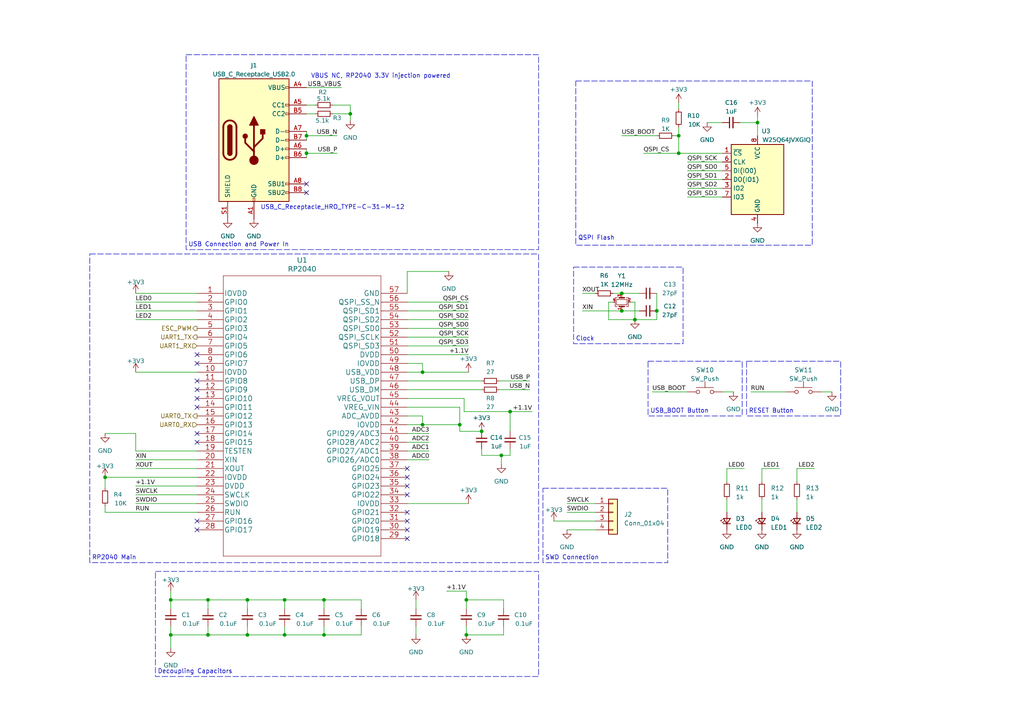
<source format=kicad_sch>
(kicad_sch (version 20230409) (generator eeschema)
  (paper "A4")
  (lib_symbols
    (symbol "2022-10-24_20-36-00:RP2040" (pin_names (offset 0.254))
      (property "Reference" "U" (at 30.48 10.16 0))
      (property "Value" "RP2040" (at 30.48 7.62 0))
      (symbol "RP2040_1_1"
        (polyline (pts (xy 7.62 -76.2) (xy 53.34 -76.2)) (stroke (width 0.127)))
        (polyline (pts (xy 7.62 5.08) (xy 7.62 -76.2)) (stroke (width 0.127)))
        (polyline (pts (xy 53.34 -76.2) (xy 53.34 5.08)) (stroke (width 0.127)))
        (polyline (pts (xy 53.34 5.08) (xy 7.62 5.08)) (stroke (width 0.127)))
        (pin power_in line (at 0 0 0) (length 7.62) (name "IOVDD") (number "1"))
        (pin power_in line (at 0 -22.86 0) (length 7.62) (name "IOVDD") (number "10"))
        (pin bidirectional line (at 0 -25.4 0) (length 7.62) (name "GPIO8") (number "11"))
        (pin bidirectional line (at 0 -27.94 0) (length 7.62) (name "GPIO9") (number "12"))
        (pin bidirectional line (at 0 -30.48 0) (length 7.62) (name "GPIO10") (number "13"))
        (pin bidirectional line (at 0 -33.02 0) (length 7.62) (name "GPIO11") (number "14"))
        (pin bidirectional line (at 0 -35.56 0) (length 7.62) (name "GPIO12") (number "15"))
        (pin bidirectional line (at 0 -38.1 0) (length 7.62) (name "GPIO13") (number "16"))
        (pin bidirectional line (at 0 -40.64 0) (length 7.62) (name "GPIO14") (number "17"))
        (pin bidirectional line (at 0 -43.18 0) (length 7.62) (name "GPIO15") (number "18"))
        (pin unspecified line (at 0 -45.72 0) (length 7.62) (name "TESTEN") (number "19"))
        (pin bidirectional line (at 0 -2.54 0) (length 7.62) (name "GPIO0") (number "2"))
        (pin unspecified line (at 0 -48.26 0) (length 7.62) (name "XIN") (number "20"))
        (pin output line (at 0 -50.8 0) (length 7.62) (name "XOUT") (number "21"))
        (pin power_in line (at 0 -53.34 0) (length 7.62) (name "IOVDD") (number "22"))
        (pin power_in line (at 0 -55.88 0) (length 7.62) (name "DVDD") (number "23"))
        (pin unspecified line (at 0 -58.42 0) (length 7.62) (name "SWCLK") (number "24"))
        (pin unspecified line (at 0 -60.96 0) (length 7.62) (name "SWDIO") (number "25"))
        (pin unspecified line (at 0 -63.5 0) (length 7.62) (name "RUN") (number "26"))
        (pin bidirectional line (at 0 -66.04 0) (length 7.62) (name "GPIO16") (number "27"))
        (pin bidirectional line (at 0 -68.58 0) (length 7.62) (name "GPIO17") (number "28"))
        (pin bidirectional line (at 60.96 -71.12 180) (length 7.62) (name "GPIO18") (number "29"))
        (pin bidirectional line (at 0 -5.08 0) (length 7.62) (name "GPIO1") (number "3"))
        (pin bidirectional line (at 60.96 -68.58 180) (length 7.62) (name "GPIO19") (number "30"))
        (pin bidirectional line (at 60.96 -66.04 180) (length 7.62) (name "GPIO20") (number "31"))
        (pin bidirectional line (at 60.96 -63.5 180) (length 7.62) (name "GPIO21") (number "32"))
        (pin power_in line (at 60.96 -60.96 180) (length 7.62) (name "IOVDD") (number "33"))
        (pin bidirectional line (at 60.96 -58.42 180) (length 7.62) (name "GPIO22") (number "34"))
        (pin bidirectional line (at 60.96 -55.88 180) (length 7.62) (name "GPIO23") (number "35"))
        (pin bidirectional line (at 60.96 -53.34 180) (length 7.62) (name "GPIO24") (number "36"))
        (pin bidirectional line (at 60.96 -50.8 180) (length 7.62) (name "GPIO25") (number "37"))
        (pin bidirectional line (at 60.96 -48.26 180) (length 7.62) (name "GPIO26/ADC0") (number "38"))
        (pin bidirectional line (at 60.96 -45.72 180) (length 7.62) (name "GPIO27/ADC1") (number "39"))
        (pin bidirectional line (at 0 -7.62 0) (length 7.62) (name "GPIO2") (number "4"))
        (pin bidirectional line (at 60.96 -43.18 180) (length 7.62) (name "GPIO28/ADC2") (number "40"))
        (pin bidirectional line (at 60.96 -40.64 180) (length 7.62) (name "GPIO29/ADC3") (number "41"))
        (pin power_in line (at 60.96 -38.1 180) (length 7.62) (name "IOVDD") (number "42"))
        (pin power_in line (at 60.96 -35.56 180) (length 7.62) (name "ADC_AVDD") (number "43"))
        (pin unspecified line (at 60.96 -33.02 180) (length 7.62) (name "VREG_VIN") (number "44"))
        (pin output line (at 60.96 -30.48 180) (length 7.62) (name "VREG_VOUT") (number "45"))
        (pin unspecified line (at 60.96 -27.94 180) (length 7.62) (name "USB_DM") (number "46"))
        (pin unspecified line (at 60.96 -25.4 180) (length 7.62) (name "USB_DP") (number "47"))
        (pin power_in line (at 60.96 -22.86 180) (length 7.62) (name "USB_VDD") (number "48"))
        (pin power_in line (at 60.96 -20.32 180) (length 7.62) (name "IOVDD") (number "49"))
        (pin bidirectional line (at 0 -10.16 0) (length 7.62) (name "GPIO3") (number "5"))
        (pin power_in line (at 60.96 -17.78 180) (length 7.62) (name "DVDD") (number "50"))
        (pin bidirectional line (at 60.96 -15.24 180) (length 7.62) (name "QSPI_SD3") (number "51"))
        (pin unspecified line (at 60.96 -12.7 180) (length 7.62) (name "QSPI_SCLK") (number "52"))
        (pin bidirectional line (at 60.96 -10.16 180) (length 7.62) (name "QSPI_SD0") (number "53"))
        (pin bidirectional line (at 60.96 -7.62 180) (length 7.62) (name "QSPI_SD2") (number "54"))
        (pin bidirectional line (at 60.96 -5.08 180) (length 7.62) (name "QSPI_SD1") (number "55"))
        (pin unspecified line (at 60.96 -2.54 180) (length 7.62) (name "QSPI_SS_N") (number "56"))
        (pin power_in line (at 60.96 0 180) (length 7.62) (name "GND") (number "57"))
        (pin bidirectional line (at 0 -12.7 0) (length 7.62) (name "GPIO4") (number "6"))
        (pin bidirectional line (at 0 -15.24 0) (length 7.62) (name "GPIO5") (number "7"))
        (pin bidirectional line (at 0 -17.78 0) (length 7.62) (name "GPIO6") (number "8"))
        (pin bidirectional line (at 0 -20.32 0) (length 7.62) (name "GPIO7") (number "9"))
      )
    )
    (symbol "Connector:USB_C_Receptacle_USB2.0" (pin_names (offset 1.016))
      (property "Reference" "J" (at -10.16 19.05 0))
      (property "Value" "USB_C_Receptacle_USB2.0" (at 19.05 19.05 0))
      (symbol "USB_C_Receptacle_USB2.0_0_0"
        (rectangle (start -0.254 -17.78) (end 0.254 -16.764))
        (rectangle (start 10.16 -14.986) (end 9.144 -15.494))
        (rectangle (start 10.16 -12.446) (end 9.144 -12.954))
        (rectangle (start 10.16 -4.826) (end 9.144 -5.334))
        (rectangle (start 10.16 -2.286) (end 9.144 -2.794))
        (rectangle (start 10.16 0.254) (end 9.144 -0.254))
        (rectangle (start 10.16 2.794) (end 9.144 2.286))
        (rectangle (start 10.16 7.874) (end 9.144 7.366))
        (rectangle (start 10.16 10.414) (end 9.144 9.906))
        (rectangle (start 10.16 15.494) (end 9.144 14.986))
      )
      (symbol "USB_C_Receptacle_USB2.0_0_1"
        (rectangle (start -10.16 17.78) (end 10.16 -17.78) (stroke (width 0.254)) (fill (type background)))
        (arc (start -8.89 -3.81) (mid -6.985 -5.7067) (end -5.08 -3.81) (stroke (width 0.508)))
        (arc (start -7.62 -3.81) (mid -6.985 -4.4423) (end -6.35 -3.81) (stroke (width 0.254)))
        (arc (start -7.62 -3.81) (mid -6.985 -4.4423) (end -6.35 -3.81) (stroke (width 0.254)) (fill (type outline)))
        (rectangle (start -7.62 -3.81) (end -6.35 3.81) (stroke (width 0.254)) (fill (type outline)))
        (arc (start -6.35 3.81) (mid -6.985 4.4423) (end -7.62 3.81) (stroke (width 0.254)))
        (arc (start -6.35 3.81) (mid -6.985 4.4423) (end -7.62 3.81) (stroke (width 0.254)) (fill (type outline)))
        (arc (start -5.08 3.81) (mid -6.985 5.7067) (end -8.89 3.81) (stroke (width 0.508)))
        (circle (center -2.54 1.143) (radius 0.635) (stroke (width 0.254)) (fill (type outline)))
        (circle (center 0 -5.842) (radius 1.27) (fill (type outline)))
        (polyline (pts (xy -8.89 -3.81) (xy -8.89 3.81)) (stroke (width 0.508)))
        (polyline (pts (xy -5.08 3.81) (xy -5.08 -3.81)) (stroke (width 0.508)))
        (polyline (pts (xy 0 -5.842) (xy 0 4.318)) (stroke (width 0.508)))
        (polyline (pts (xy 0 -3.302) (xy -2.54 -0.762) (xy -2.54 0.508)) (stroke (width 0.508)))
        (polyline (pts (xy 0 -2.032) (xy 2.54 0.508) (xy 2.54 1.778)) (stroke (width 0.508)))
        (polyline (pts (xy -1.27 4.318) (xy 0 6.858) (xy 1.27 4.318) (xy -1.27 4.318)) (stroke (width 0.254)) (fill (type outline)))
        (rectangle (start 1.905 1.778) (end 3.175 3.048) (stroke (width 0.254)) (fill (type outline)))
      )
      (symbol "USB_C_Receptacle_USB2.0_1_1"
        (pin passive line (at 0 -22.86 90) (length 5.08) (name "GND") (number "A1"))
        (pin passive line (at 0 -22.86 90) (length 5.08) hide (name "GND") (number "A12"))
        (pin passive line (at 15.24 15.24 180) (length 5.08) (name "VBUS") (number "A4"))
        (pin bidirectional line (at 15.24 10.16 180) (length 5.08) (name "CC1") (number "A5"))
        (pin bidirectional line (at 15.24 -2.54 180) (length 5.08) (name "D+") (number "A6"))
        (pin bidirectional line (at 15.24 2.54 180) (length 5.08) (name "D-") (number "A7"))
        (pin bidirectional line (at 15.24 -12.7 180) (length 5.08) (name "SBU1") (number "A8"))
        (pin passive line (at 15.24 15.24 180) (length 5.08) hide (name "VBUS") (number "A9"))
        (pin passive line (at 0 -22.86 90) (length 5.08) hide (name "GND") (number "B1"))
        (pin passive line (at 0 -22.86 90) (length 5.08) hide (name "GND") (number "B12"))
        (pin passive line (at 15.24 15.24 180) (length 5.08) hide (name "VBUS") (number "B4"))
        (pin bidirectional line (at 15.24 7.62 180) (length 5.08) (name "CC2") (number "B5"))
        (pin bidirectional line (at 15.24 -5.08 180) (length 5.08) (name "D+") (number "B6"))
        (pin bidirectional line (at 15.24 0 180) (length 5.08) (name "D-") (number "B7"))
        (pin bidirectional line (at 15.24 -15.24 180) (length 5.08) (name "SBU2") (number "B8"))
        (pin passive line (at 15.24 15.24 180) (length 5.08) hide (name "VBUS") (number "B9"))
        (pin passive line (at -7.62 -22.86 90) (length 5.08) (name "SHIELD") (number "S1"))
      )
    )
    (symbol "Connector_Generic:Conn_01x04" (pin_names (offset 1.016) hide)
      (property "Reference" "J" (at 0 5.08 0))
      (property "Value" "Conn_01x04" (at 0 -7.62 0))
      (symbol "Conn_01x04_1_1"
        (rectangle (start -1.27 -4.953) (end 0 -5.207) (stroke (width 0.1524)))
        (rectangle (start -1.27 -2.413) (end 0 -2.667) (stroke (width 0.1524)))
        (rectangle (start -1.27 0.127) (end 0 -0.127) (stroke (width 0.1524)))
        (rectangle (start -1.27 2.667) (end 0 2.413) (stroke (width 0.1524)))
        (rectangle (start -1.27 3.81) (end 1.27 -6.35) (stroke (width 0.254)) (fill (type background)))
        (pin passive line (at -5.08 2.54 0) (length 3.81) (name "Pin_1") (number "1"))
        (pin passive line (at -5.08 0 0) (length 3.81) (name "Pin_2") (number "2"))
        (pin passive line (at -5.08 -2.54 0) (length 3.81) (name "Pin_3") (number "3"))
        (pin passive line (at -5.08 -5.08 0) (length 3.81) (name "Pin_4") (number "4"))
      )
    )
    (symbol "Device:C_Small" (pin_numbers hide) (pin_names (offset 0.254) hide)
      (property "Reference" "C" (at 0.254 1.778 0))
      (property "Value" "C_Small" (at 0.254 -2.032 0))
      (symbol "C_Small_0_1"
        (polyline (pts (xy -1.524 -0.508) (xy 1.524 -0.508)) (stroke (width 0.3302)))
        (polyline (pts (xy -1.524 0.508) (xy 1.524 0.508)) (stroke (width 0.3048)))
      )
      (symbol "C_Small_1_1"
        (pin passive line (at 0 2.54 270) (length 2.032) (name "~") (number "1"))
        (pin passive line (at 0 -2.54 90) (length 2.032) (name "~") (number "2"))
      )
    )
    (symbol "Device:Crystal_GND24_Small" (pin_names (offset 1.016) hide)
      (property "Reference" "Y" (at 1.27 4.445 0))
      (property "Value" "Crystal_GND24_Small" (at 1.27 2.54 0))
      (symbol "Crystal_GND24_Small_0_1"
        (rectangle (start -0.762 -1.524) (end 0.762 1.524))
        (polyline (pts (xy -1.27 -0.762) (xy -1.27 0.762)) (stroke (width 0.381)))
        (polyline (pts (xy 1.27 -0.762) (xy 1.27 0.762)) (stroke (width 0.381)))
        (polyline (pts (xy -1.27 -1.27) (xy -1.27 -1.905) (xy 1.27 -1.905) (xy 1.27 -1.27)))
        (polyline (pts (xy -1.27 1.27) (xy -1.27 1.905) (xy 1.27 1.905) (xy 1.27 1.27)))
      )
      (symbol "Crystal_GND24_Small_1_1"
        (pin passive line (at -2.54 0 0) (length 1.27) (name "1") (number "1"))
        (pin passive line (at 0 -2.54 90) (length 0.635) (name "2") (number "2"))
        (pin passive line (at 2.54 0 180) (length 1.27) (name "3") (number "3"))
        (pin passive line (at 0 2.54 270) (length 0.635) (name "4") (number "4"))
      )
    )
    (symbol "Device:LED_Small" (pin_numbers hide) (pin_names (offset 0.254) hide)
      (property "Reference" "D" (at -1.27 3.175 0))
      (property "Value" "LED_Small" (at -4.445 -2.54 0))
      (symbol "LED_Small_0_1"
        (polyline (pts (xy -0.762 -1.016) (xy -0.762 1.016)) (stroke (width 0.254)))
        (polyline (pts (xy 1.016 0) (xy -0.762 0)))
        (polyline (pts (xy 0.762 -1.016) (xy -0.762 0) (xy 0.762 1.016) (xy 0.762 -1.016)) (stroke (width 0.254)))
        (polyline (pts (xy 0 0.762) (xy -0.508 1.27) (xy -0.254 1.27) (xy -0.508 1.27) (xy -0.508 1.016)))
        (polyline (pts (xy 0.508 1.27) (xy 0 1.778) (xy 0.254 1.778) (xy 0 1.778) (xy 0 1.524)))
      )
      (symbol "LED_Small_1_1"
        (pin passive line (at -2.54 0 0) (length 1.778) (name "K") (number "1"))
        (pin passive line (at 2.54 0 180) (length 1.778) (name "A") (number "2"))
      )
    )
    (symbol "Device:R_Small" (pin_numbers hide) (pin_names (offset 0.254) hide)
      (property "Reference" "R" (at 0.762 0.508 0))
      (property "Value" "R_Small" (at 0.762 -1.016 0))
      (symbol "R_Small_0_1"
        (rectangle (start -0.762 1.778) (end 0.762 -1.778) (stroke (width 0.2032)))
      )
      (symbol "R_Small_1_1"
        (pin passive line (at 0 2.54 270) (length 0.762) (name "~") (number "1"))
        (pin passive line (at 0 -2.54 90) (length 0.762) (name "~") (number "2"))
      )
    )
    (symbol "Memory_Flash:W25Q32JVSS"
      (property "Reference" "U" (at -6.35 11.43 0))
      (property "Value" "W25Q32JVSS" (at 7.62 11.43 0))
      (symbol "W25Q32JVSS_0_1"
        (rectangle (start -7.62 10.16) (end 7.62 -10.16) (stroke (width 0.254)) (fill (type background)))
      )
      (symbol "W25Q32JVSS_1_1"
        (pin input line (at -10.16 7.62 0) (length 2.54) (name "~{CS}") (number "1"))
        (pin bidirectional line (at -10.16 0 0) (length 2.54) (name "DO(IO1)") (number "2"))
        (pin bidirectional line (at -10.16 -2.54 0) (length 2.54) (name "IO2") (number "3"))
        (pin power_in line (at 0 -12.7 90) (length 2.54) (name "GND") (number "4"))
        (pin bidirectional line (at -10.16 2.54 0) (length 2.54) (name "DI(IO0)") (number "5"))
        (pin input line (at -10.16 5.08 0) (length 2.54) (name "CLK") (number "6"))
        (pin bidirectional line (at -10.16 -5.08 0) (length 2.54) (name "IO3") (number "7"))
        (pin power_in line (at 0 12.7 270) (length 2.54) (name "VCC") (number "8"))
      )
    )
    (symbol "PCM_4ms_Power-symbol:GND" (power) (pin_names (offset 0))
      (property "Value" "GND" (at 0 -3.81 0))
      (symbol "GND_0_1"
        (polyline (pts (xy 0 0) (xy 0 -1.27) (xy 1.27 -1.27) (xy 0 -2.54) (xy -1.27 -1.27) (xy 0 -1.27)))
      )
      (symbol "GND_1_1"
        (pin power_in line (at 0 0 270) (length 0) hide (name "GND") (number "1"))
      )
    )
    (symbol "Switch:SW_Push" (pin_numbers hide) (pin_names (offset 1.016) hide)
      (property "Reference" "SW" (at 1.27 2.54 0))
      (property "Value" "SW_Push" (at 0 -1.524 0))
      (symbol "SW_Push_0_1"
        (circle (center -2.032 0) (radius 0.508))
        (polyline (pts (xy 0 1.27) (xy 0 3.048)))
        (polyline (pts (xy 2.54 1.27) (xy -2.54 1.27)))
        (circle (center 2.032 0) (radius 0.508))
        (pin passive line (at -5.08 0 0) (length 2.54) (name "1") (number "1"))
        (pin passive line (at 5.08 0 180) (length 2.54) (name "2") (number "2"))
      )
    )
    (symbol "power:+3.3V" (power) (pin_names (offset 0))
      (property "Value" "+3.3V" (at 0 3.556 0))
      (symbol "+3.3V_0_1"
        (polyline (pts (xy -0.762 1.27) (xy 0 2.54)))
        (polyline (pts (xy 0 0) (xy 0 2.54)))
        (polyline (pts (xy 0 2.54) (xy 0.762 1.27)))
      )
      (symbol "+3.3V_1_1"
        (pin power_in line (at 0 0 90) (length 0) hide (name "+3.3V") (number "1"))
      )
    )
    (symbol "power:GND" (power) (pin_names (offset 0))
      (property "Value" "GND" (at 0 -3.81 0))
      (symbol "GND_0_1"
        (polyline (pts (xy 0 0) (xy 0 -1.27) (xy 1.27 -1.27) (xy 0 -2.54) (xy -1.27 -1.27) (xy 0 -1.27)))
      )
      (symbol "GND_1_1"
        (pin power_in line (at 0 0 270) (length 0) hide (name "GND") (number "1"))
      )
    )
  )
  (junction (at 82.55 173.99))
  (junction (at 101.6 33.02))
  (junction (at 196.85 39.37))
  (junction (at 49.53 184.15))
  (junction (at 139.7 125.095))
  (junction (at 93.98 173.99))
  (junction (at 88.9 39.37))
  (junction (at 88.9 44.45))
  (junction (at 82.55 184.15))
  (junction (at 190.5 90.17))
  (junction (at 71.755 184.15))
  (junction (at 196.85 44.45))
  (junction (at 71.755 173.99))
  (junction (at 122.555 123.19))
  (junction (at 30.48 138.43))
  (junction (at 180.34 90.17))
  (junction (at 219.71 35.56))
  (junction (at 135.255 184.15))
  (junction (at 184.15 92.71))
  (junction (at 60.325 184.15))
  (junction (at 133.35 123.19))
  (junction (at 60.325 173.99))
  (junction (at 147.955 119.38))
  (junction (at 122.555 107.95))
  (junction (at 135.255 173.99))
  (junction (at 49.53 173.99))
  (junction (at 93.98 184.15))
  (junction (at 145.415 132.08))
  (junction (at 180.34 85.09))
  (no_connect (at 118.11 148.59))
  (no_connect (at 118.11 143.51))
  (no_connect (at 118.11 140.97))
  (no_connect (at 57.15 128.27))
  (no_connect (at 88.9 53.34))
  (no_connect (at 118.11 138.43))
  (no_connect (at 57.15 105.41))
  (no_connect (at 57.15 118.11))
  (no_connect (at 57.15 113.03))
  (no_connect (at 118.11 156.21))
  (no_connect (at 57.15 115.57))
  (no_connect (at 88.9 55.88))
  (no_connect (at 118.11 151.13))
  (no_connect (at 57.15 125.73))
  (no_connect (at 118.11 153.67))
  (no_connect (at 57.15 110.49))
  (no_connect (at 57.15 151.13))
  (no_connect (at 57.15 102.87))
  (no_connect (at 57.15 153.67))
  (no_connect (at 118.11 135.89))
  (wire (pts (xy 147.955 132.08) (xy 147.955 130.175)))
  (wire (pts (xy 134.62 119.38) (xy 147.955 119.38)))
  (wire (pts (xy 88.9 39.37) (xy 97.79 39.37)))
  (wire (pts (xy 93.98 173.99) (xy 104.775 173.99)))
  (wire (pts (xy 180.34 39.37) (xy 190.5 39.37)))
  (wire (pts (xy 82.55 181.61) (xy 82.55 184.15)))
  (wire (pts (xy 180.34 90.17) (xy 185.42 90.17)))
  (wire (pts (xy 168.91 85.09) (xy 172.72 85.09)))
  (wire (pts (xy 82.55 173.99) (xy 82.55 176.53)))
  (wire (pts (xy 145.415 132.08) (xy 147.955 132.08)))
  (wire (pts (xy 135.255 184.15) (xy 146.05 184.15)))
  (wire (pts (xy 39.37 140.97) (xy 57.15 140.97)))
  (wire (pts (xy 88.9 30.48) (xy 91.44 30.48)))
  (wire (pts (xy 39.37 143.51) (xy 57.15 143.51)))
  (wire (pts (xy 135.255 173.99) (xy 146.05 173.99)))
  (wire (pts (xy 49.53 171.45) (xy 49.53 173.99)))
  (wire (pts (xy 71.755 181.61) (xy 71.755 184.15)))
  (wire (pts (xy 39.37 130.81) (xy 39.37 125.73)))
  (wire (pts (xy 135.89 146.05) (xy 118.11 146.05)))
  (wire (pts (xy 118.11 120.65) (xy 122.555 120.65)))
  (wire (pts (xy 199.39 52.07) (xy 209.55 52.07)))
  (wire (pts (xy 118.11 115.57) (xy 134.62 115.57)))
  (wire (pts (xy 144.78 113.03) (xy 153.67 113.03)))
  (wire (pts (xy 220.98 135.89) (xy 220.98 139.7)))
  (wire (pts (xy 60.325 173.99) (xy 60.325 176.53)))
  (wire (pts (xy 88.9 38.1) (xy 88.9 39.37)))
  (wire (pts (xy 122.555 120.65) (xy 122.555 123.19)))
  (wire (pts (xy 196.85 44.45) (xy 209.55 44.45)))
  (wire (pts (xy 60.325 181.61) (xy 60.325 184.15)))
  (wire (pts (xy 120.65 173.99) (xy 120.65 176.53)))
  (wire (pts (xy 122.555 105.41) (xy 122.555 107.95)))
  (wire (pts (xy 101.6 30.48) (xy 101.6 33.02)))
  (wire (pts (xy 190.5 92.71) (xy 190.5 90.17)))
  (wire (pts (xy 122.555 123.19) (xy 133.35 123.19)))
  (wire (pts (xy 122.555 107.95) (xy 118.11 107.95)))
  (wire (pts (xy 199.39 57.15) (xy 209.55 57.15)))
  (wire (pts (xy 210.82 135.89) (xy 215.9 135.89)))
  (wire (pts (xy 88.9 43.18) (xy 88.9 44.45)))
  (wire (pts (xy 71.755 184.15) (xy 82.55 184.15)))
  (wire (pts (xy 182.88 87.63) (xy 184.15 87.63)))
  (wire (pts (xy 39.37 90.17) (xy 57.15 90.17)))
  (wire (pts (xy 135.89 92.71) (xy 118.11 92.71)))
  (wire (pts (xy 220.98 144.78) (xy 220.98 148.59)))
  (wire (pts (xy 57.15 130.81) (xy 39.37 130.81)))
  (wire (pts (xy 160.655 151.13) (xy 172.72 151.13)))
  (wire (pts (xy 104.775 173.99) (xy 104.775 176.53)))
  (wire (pts (xy 176.53 87.63) (xy 177.8 87.63)))
  (wire (pts (xy 133.35 118.11) (xy 133.35 123.19)))
  (wire (pts (xy 189.23 113.665) (xy 199.39 113.665)))
  (wire (pts (xy 133.35 125.095) (xy 139.7 125.095)))
  (wire (pts (xy 39.37 133.35) (xy 57.15 133.35)))
  (wire (pts (xy 30.48 146.685) (xy 30.48 148.59)))
  (wire (pts (xy 118.11 118.11) (xy 133.35 118.11)))
  (wire (pts (xy 135.89 95.25) (xy 118.11 95.25)))
  (wire (pts (xy 147.955 119.38) (xy 147.955 125.095)))
  (wire (pts (xy 231.14 135.89) (xy 231.14 139.7)))
  (wire (pts (xy 88.9 44.45) (xy 97.79 44.45)))
  (wire (pts (xy 71.755 173.99) (xy 71.755 176.53)))
  (wire (pts (xy 129.54 171.45) (xy 135.255 171.45)))
  (wire (pts (xy 217.805 113.665) (xy 227.965 113.665)))
  (wire (pts (xy 190.5 85.09) (xy 190.5 90.17)))
  (wire (pts (xy 135.89 102.87) (xy 118.11 102.87)))
  (wire (pts (xy 164.465 148.59) (xy 172.72 148.59)))
  (wire (pts (xy 135.255 171.45) (xy 135.255 173.99)))
  (wire (pts (xy 39.37 125.73) (xy 30.48 125.73)))
  (wire (pts (xy 39.37 135.89) (xy 57.15 135.89)))
  (wire (pts (xy 39.37 107.95) (xy 57.15 107.95)))
  (wire (pts (xy 231.14 135.89) (xy 236.22 135.89)))
  (wire (pts (xy 30.48 138.43) (xy 57.15 138.43)))
  (wire (pts (xy 205.105 35.56) (xy 209.55 35.56)))
  (wire (pts (xy 49.53 173.99) (xy 49.53 176.53)))
  (wire (pts (xy 71.755 173.99) (xy 82.55 173.99)))
  (wire (pts (xy 133.35 123.19) (xy 133.35 125.095)))
  (wire (pts (xy 209.55 113.665) (xy 212.725 113.665)))
  (wire (pts (xy 164.465 146.05) (xy 172.72 146.05)))
  (wire (pts (xy 145.415 132.08) (xy 145.415 134.62)))
  (wire (pts (xy 60.325 173.99) (xy 71.755 173.99)))
  (wire (pts (xy 231.14 144.78) (xy 231.14 148.59)))
  (wire (pts (xy 39.37 85.09) (xy 57.15 85.09)))
  (wire (pts (xy 88.9 39.37) (xy 88.9 40.64)))
  (wire (pts (xy 135.255 173.99) (xy 135.255 176.53)))
  (wire (pts (xy 196.85 39.37) (xy 196.85 44.45)))
  (wire (pts (xy 49.53 181.61) (xy 49.53 184.15)))
  (wire (pts (xy 30.48 138.43) (xy 30.48 141.605)))
  (wire (pts (xy 144.78 110.49) (xy 153.67 110.49)))
  (wire (pts (xy 199.39 49.53) (xy 209.55 49.53)))
  (wire (pts (xy 96.52 33.02) (xy 101.6 33.02)))
  (wire (pts (xy 210.82 144.78) (xy 210.82 148.59)))
  (wire (pts (xy 135.89 100.33) (xy 118.11 100.33)))
  (wire (pts (xy 135.89 87.63) (xy 118.11 87.63)))
  (wire (pts (xy 180.34 85.09) (xy 185.42 85.09)))
  (wire (pts (xy 30.48 148.59) (xy 57.15 148.59)))
  (wire (pts (xy 199.39 46.99) (xy 209.55 46.99)))
  (wire (pts (xy 220.98 135.89) (xy 226.06 135.89)))
  (wire (pts (xy 93.98 173.99) (xy 93.98 176.53)))
  (wire (pts (xy 122.555 123.19) (xy 118.11 123.19)))
  (wire (pts (xy 134.62 115.57) (xy 134.62 119.38)))
  (wire (pts (xy 118.11 113.03) (xy 139.7 113.03)))
  (wire (pts (xy 214.63 35.56) (xy 219.71 35.56)))
  (wire (pts (xy 104.775 181.61) (xy 104.775 184.15)))
  (wire (pts (xy 88.9 33.02) (xy 91.44 33.02)))
  (wire (pts (xy 118.11 133.35) (xy 124.46 133.35)))
  (wire (pts (xy 39.37 146.05) (xy 57.15 146.05)))
  (wire (pts (xy 186.69 44.45) (xy 196.85 44.45)))
  (wire (pts (xy 168.91 90.17) (xy 180.34 90.17)))
  (wire (pts (xy 210.82 135.89) (xy 210.82 139.7)))
  (wire (pts (xy 118.11 105.41) (xy 122.555 105.41)))
  (wire (pts (xy 196.85 29.845) (xy 196.85 31.75)))
  (wire (pts (xy 135.89 97.79) (xy 118.11 97.79)))
  (wire (pts (xy 146.05 173.99) (xy 146.05 176.53)))
  (wire (pts (xy 118.11 110.49) (xy 139.7 110.49)))
  (wire (pts (xy 118.11 78.74) (xy 118.11 85.09)))
  (wire (pts (xy 177.8 85.09) (xy 180.34 85.09)))
  (wire (pts (xy 130.175 78.74) (xy 118.11 78.74)))
  (wire (pts (xy 164.465 153.67) (xy 172.72 153.67)))
  (wire (pts (xy 49.53 184.15) (xy 49.53 187.96)))
  (wire (pts (xy 118.11 130.81) (xy 124.46 130.81)))
  (wire (pts (xy 219.71 35.56) (xy 219.71 33.655)))
  (wire (pts (xy 184.15 87.63) (xy 184.15 92.71)))
  (wire (pts (xy 184.15 92.71) (xy 190.5 92.71)))
  (wire (pts (xy 101.6 33.02) (xy 101.6 34.925)))
  (wire (pts (xy 135.255 181.61) (xy 135.255 184.15)))
  (wire (pts (xy 120.65 181.61) (xy 120.65 184.15)))
  (wire (pts (xy 49.53 173.99) (xy 60.325 173.99)))
  (wire (pts (xy 196.85 36.83) (xy 196.85 39.37)))
  (wire (pts (xy 88.9 25.4) (xy 99.06 25.4)))
  (wire (pts (xy 39.37 92.71) (xy 57.15 92.71)))
  (wire (pts (xy 176.53 92.71) (xy 184.15 92.71)))
  (wire (pts (xy 199.39 54.61) (xy 209.55 54.61)))
  (wire (pts (xy 39.37 87.63) (xy 57.15 87.63)))
  (wire (pts (xy 82.55 173.99) (xy 93.98 173.99)))
  (wire (pts (xy 93.98 184.15) (xy 104.775 184.15)))
  (wire (pts (xy 93.98 181.61) (xy 93.98 184.15)))
  (wire (pts (xy 118.11 128.27) (xy 124.46 128.27)))
  (wire (pts (xy 96.52 30.48) (xy 101.6 30.48)))
  (wire (pts (xy 195.58 39.37) (xy 196.85 39.37)))
  (wire (pts (xy 60.325 184.15) (xy 71.755 184.15)))
  (wire (pts (xy 82.55 184.15) (xy 93.98 184.15)))
  (wire (pts (xy 118.11 125.73) (xy 124.46 125.73)))
  (wire (pts (xy 176.53 87.63) (xy 176.53 92.71)))
  (wire (pts (xy 147.955 119.38) (xy 154.305 119.38)))
  (wire (pts (xy 146.05 184.15) (xy 146.05 181.61)))
  (wire (pts (xy 88.9 44.45) (xy 88.9 45.72)))
  (wire (pts (xy 135.89 107.95) (xy 122.555 107.95)))
  (wire (pts (xy 139.7 130.175) (xy 139.7 132.08)))
  (wire (pts (xy 238.125 113.665) (xy 241.3 113.665)))
  (wire (pts (xy 219.71 35.56) (xy 219.71 39.37)))
  (wire (pts (xy 139.7 132.08) (xy 145.415 132.08)))
  (wire (pts (xy 49.53 184.15) (xy 60.325 184.15)))
  (wire (pts (xy 135.89 90.17) (xy 118.11 90.17)))
  (rectangle (start 53.975 15.875) (end 156.21 72.39) (stroke (width 0) (type dash)))
  (rectangle (start 187.96 104.775) (end 215.265 120.65) (stroke (width 0) (type dash)))
  (rectangle (start 216.535 104.775) (end 243.84 120.65) (stroke (width 0) (type dash)))
  (rectangle (start 157.48 141.605) (end 193.675 163.195) (stroke (width 0) (type dash)))
  (rectangle (start 26.035 73.66) (end 156.21 163.195) (stroke (width 0) (type dash)))
  (rectangle (start 45.085 165.735) (end 156.21 196.215) (stroke (width 0) (type dash)))
  (rectangle (start 166.37 77.47) (end 198.12 99.695) (stroke (width 0) (type dash)))
  (rectangle (start 167.005 23.495) (end 235.585 71.12) (stroke (width 0) (type dash)))
  (text "Clock" (at 167.005 99.06 0) (effects (font (size 1.27 1.27)) (justify left bottom)))
  (text "USB Connection and Power In" (at 54.61 71.755 0) (effects (font (size 1.27 1.27)) (justify left bottom)))
  (text "RP2040 Main" (at 26.67 162.56 0) (effects (font (size 1.27 1.27)) (justify left bottom)))
  (text "RESET Button\n" (at 217.17 120.015 0) (effects (font (size 1.27 1.27)) (justify left bottom)))
  (text "USB_BOOT Button\n" (at 188.595 120.015 0) (effects (font (size 1.27 1.27)) (justify left bottom)))
  (text "QSPI Flash" (at 167.64 69.85 0) (effects (font (size 1.27 1.27)) (justify left bottom)))
  (text "SWD Connection" (at 158.115 162.56 0) (effects (font (size 1.27 1.27)) (justify left bottom)))
  (text "Decoupling Capacitors" (at 45.72 195.58 0) (effects (font (size 1.27 1.27)) (justify left bottom)))
  (text "USB_C_Receptacle_HRO_TYPE-C-31-M-12" (at 75.565 60.96 0) (effects (font (size 1.27 1.27)) (justify left bottom)))
  (text "VBUS NC, RP2040 3.3V injection powered" (at 90.17 22.86 0) (effects (font (size 1.27 1.27)) (justify left bottom)))
  (label "USB_P" (at 97.79 44.45 180))
  (label "+1.1V" (at 129.54 171.45 0))
  (label "USB_N" (at 153.67 113.03 180))
  (label "XIN" (at 39.37 133.35 0))
  (label "QSPI_SD1" (at 199.39 52.07 0))
  (label "USB_VBUS" (at 99.06 25.4 180))
  (label "QSPI_SCK" (at 135.89 97.79 180))
  (label "LED2" (at 236.22 135.89 180))
  (label "QSPI_SD3" (at 135.89 100.33 180))
  (label "QSPI_CS" (at 135.89 87.63 180))
  (label "LED2" (at 39.37 92.71 0))
  (label "QSPI_SD1" (at 135.89 90.17 180))
  (label "LED1" (at 39.37 90.17 0))
  (label "+1.1V" (at 39.37 140.97 0))
  (label "USB_BOOT" (at 180.34 39.37 0))
  (label "RUN" (at 217.805 113.665 0))
  (label "XOUT" (at 39.37 135.89 0))
  (label "XOUT" (at 168.91 85.09 0))
  (label "ADC2" (at 124.46 128.27 180))
  (label "QSPI_SCK" (at 199.39 46.99 0))
  (label "QSPI_SD0" (at 199.39 49.53 0))
  (label "ADC1" (at 124.46 130.81 180))
  (label "LED0" (at 39.37 87.63 0))
  (label "SWCLK" (at 39.37 143.51 0))
  (label "+1.1V" (at 135.89 102.87 180))
  (label "SWDIO" (at 164.465 148.59 0))
  (label "+1.1V" (at 154.305 119.38 180))
  (label "XIN" (at 168.91 90.17 0))
  (label "USB_P" (at 153.67 110.49 180))
  (label "SWDIO" (at 39.37 146.05 0))
  (label "ADC0" (at 124.46 133.35 180))
  (label "QSPI_SD3" (at 199.39 57.15 0))
  (label "QSPI_SD2" (at 199.39 54.61 0))
  (label "SWCLK" (at 164.465 146.05 0))
  (label "QSPI_SD0" (at 135.89 95.25 180))
  (label "USB_BOOT" (at 189.23 113.665 0))
  (label "QSPI_SD2" (at 135.89 92.71 180))
  (label "LED0" (at 215.9 135.89 180))
  (label "QSPI_CS" (at 186.69 44.45 0))
  (label "LED1" (at 226.06 135.89 180))
  (label "RUN" (at 39.37 148.59 0))
  (label "USB_N" (at 97.79 39.37 180))
  (label "ADC3" (at 124.46 125.73 180))
  (hierarchical_label "UART0_TX" (shape output) (at 57.15 120.65 180))
  (hierarchical_label "ESC_PWM" (shape output) (at 57.15 95.25 180))
  (hierarchical_label "UART1_RX" (shape input) (at 57.15 100.33 180))
  (hierarchical_label "UART1_TX" (shape output) (at 57.15 97.79 180))
  (hierarchical_label "UART0_RX" (shape input) (at 57.15 123.19 180))
  (symbol (lib_id "power:GND") (at 120.65 184.15 0) (unit 1)
    (property "Reference" "#PWR015" (effects hide))
    (property "Value" "GND" (at 120.65 189.23 0))
    (instances (project "rp2040_keyboard" (path "" (reference "#PWR015") (unit 1))) (project "rp2040_base" (path "" (reference "#PWR011") (unit 1))) (project "anyesc" (path "" (reference "#PWR011") (unit 1)) (path "" (reference "#PWR011") (unit 1))))
  )
  (symbol (lib_id "PCM_4ms_Power-symbol:GND") (at 219.71 64.77 0) (unit 1)
    (property "Reference" "#PWR0102" (effects hide))
    (property "Value" "GND" (at 219.71 69.85 0))
    (instances (project "rp2040_keyboard" (path "" (reference "#PWR0102") (unit 1))) (project "rp2040_base" (path "" (reference "#PWR025") (unit 1))) (project "anyesc" (path "" (reference "#PWR025") (unit 1)) (path "" (reference "#PWR025") (unit 1))))
  )
  (symbol (lib_id "Device:Crystal_GND24_Small") (at 180.34 87.63 90) (unit 1)
    (property "Reference" "Y1" (at 180.34 80.01 90))
    (property "Value" "12MHz" (at 180.34 82.55 90))
    (property "Footprint" "Crystal:Crystal_SMD_2016-4Pin_2.0x1.6mm" (effects hide))
  )
  (symbol (lib_id "Device:LED_Small") (at 220.98 151.13 90) (unit 1)
    (property "Reference" "D4" (at 223.52 150.4315 90) (effects (justify right)))
    (property "Value" "LED1" (at 223.52 152.9715 90) (effects (justify right)))
    (property "Footprint" "LED_SMD:LED_0603_1608Metric" (effects hide))
  )
  (symbol (lib_id "Device:LED_Small") (at 231.14 151.13 90) (unit 1)
    (property "Reference" "D5" (at 233.68 150.4315 90) (effects (justify right)))
    (property "Value" "LED2" (at 233.68 152.9715 90) (effects (justify right)))
    (property "Footprint" "LED_SMD:LED_0603_1608Metric" (effects hide))
  )
  (symbol (lib_id "Device:R_Small") (at 196.85 34.29 180) (unit 1)
    (property "Reference" "R10" (at 199.39 33.655 0) (effects (justify right)))
    (property "Value" "10K" (at 199.39 36.195 0) (effects (justify right)))
    (property "Footprint" "Resistor_SMD:R_0402_1005Metric" (effects hide))
    (instances (project "rp2040_keyboard" (path "" (reference "R10") (unit 1))) (project "rp2040_base" (path "" (reference "R8") (unit 1))) (project "anyesc" (path "" (reference "R8") (unit 1)) (path "" (reference "R8") (unit 1))))
  )
  (symbol (lib_id "PCM_4ms_Power-symbol:GND") (at 205.105 35.56 0) (unit 1)
    (property "Reference" "#PWR027" (effects hide))
    (property "Value" "GND" (at 205.105 40.64 0))
    (instances (project "rp2040_keyboard" (path "" (reference "#PWR027") (unit 1))) (project "rp2040_base" (path "" (reference "#PWR023") (unit 1))) (project "anyesc" (path "" (reference "#PWR023") (unit 1)) (path "" (reference "#PWR023") (unit 1))))
  )
  (symbol (lib_id "power:GND") (at 49.53 187.96 0) (unit 1)
    (property "Reference" "#PWR02" (effects hide))
    (property "Value" "GND" (at 49.53 193.04 0))
    (instances (project "rp2040_keyboard" (path "" (reference "#PWR02") (unit 1))) (project "rp2040_base" (path "" (reference "#PWR06") (unit 1))) (project "anyesc" (path "" (reference "#PWR06") (unit 1)) (path "" (reference "#PWR06") (unit 1))))
  )
  (symbol (lib_id "PCM_4ms_Power-symbol:GND") (at 30.48 125.73 0) (unit 1)
    (property "Reference" "#PWR09" (effects hide))
    (property "Value" "GND" (at 30.48 130.81 0))
    (instances (project "rp2040_keyboard" (path "" (reference "#PWR09") (unit 1))) (project "rp2040_base" (path "" (reference "#PWR01") (unit 1))) (project "anyesc" (path "" (reference "#PWR01") (unit 1)) (path "" (reference "#PWR01") (unit 1))))
  )
  (symbol (lib_id "Device:C_Small") (at 71.755 179.07 0) (unit 1)
    (property "Reference" "C3" (at 74.93 178.4413 0) (effects (justify left)))
    (property "Value" "0.1uF" (at 74.93 180.9813 0) (effects (justify left)))
    (property "Footprint" "Capacitor_SMD:C_0402_1005Metric" (effects hide))
  )
  (symbol (lib_id "power:+3.3V") (at 219.71 33.655 0) (unit 1)
    (property "Reference" "#PWR028" (effects hide))
    (property "Value" "+3V3" (at 219.71 29.845 0))
    (instances (project "rp2040_keyboard" (path "" (reference "#PWR028") (unit 1))) (project "rp2040_base" (path "" (reference "#PWR024") (unit 1))) (project "anyesc" (path "" (reference "#PWR024") (unit 1)) (path "" (reference "#PWR024") (unit 1))))
  )
  (symbol (lib_id "PCM_4ms_Power-symbol:GND") (at 145.415 134.62 0) (unit 1)
    (property "Reference" "#PWR025" (effects hide))
    (property "Value" "GND" (at 145.415 139.7 0))
    (instances (project "rp2040_keyboard" (path "" (reference "#PWR025") (unit 1))) (project "rp2040_base" (path "" (reference "#PWR017") (unit 1))) (project "anyesc" (path "" (reference "#PWR017") (unit 1)) (path "" (reference "#PWR017") (unit 1))))
  )
  (symbol (lib_id "power:GND") (at 164.465 153.67 0) (unit 1)
    (property "Reference" "#PWR04" (effects hide))
    (property "Value" "GND" (at 164.465 158.75 0))
    (instances (project "rp2040_keyboard" (path "" (reference "#PWR04") (unit 1))) (project "rp2040_base" (path "" (reference "#PWR019") (unit 1))) (project "anyesc" (path "" (reference "#PWR019") (unit 1)) (path "" (reference "#PWR019") (unit 1))))
  )
  (symbol (lib_id "Device:R_Small") (at 142.24 110.49 90) (unit 1)
    (property "Reference" "R7" (at 142.24 105.41 90))
    (property "Value" "27" (at 142.24 107.95 90))
    (property "Footprint" "Resistor_SMD:R_0603_1608Metric" (effects hide))
    (instances (project "rp2040_keyboard" (path "" (reference "R7") (unit 1))) (project "rp2040_base" (path "" (reference "R4") (unit 1))) (project "anyesc" (path "" (reference "R4") (unit 1)) (path "" (reference "R4") (unit 1))))
  )
  (symbol (lib_id "power:GND") (at 135.255 184.15 0) (unit 1)
    (property "Reference" "#PWR016" (effects hide))
    (property "Value" "GND" (at 135.255 189.23 0))
    (instances (project "rp2040_keyboard" (path "" (reference "#PWR016") (unit 1))) (project "rp2040_base" (path "" (reference "#PWR013") (unit 1))) (project "anyesc" (path "" (reference "#PWR013") (unit 1)) (path "" (reference "#PWR013") (unit 1))))
  )
  (symbol (lib_id "PCM_4ms_Power-symbol:GND") (at 210.82 153.67 0) (unit 1)
    (property "Reference" "#PWR021" (effects hide))
    (property "Value" "GND" (at 210.82 158.75 0))
    (instances (project "rp2040_keyboard" (path "" (reference "#PWR021") (unit 1))) (project "rp2040_base" (path "" (reference "#PWR012") (unit 1))) (project "anyesc" (path "" (reference "#PWR012") (unit 1)) (path "" (reference "#PWR038") (unit 1))))
  )
  (symbol (lib_id "Connector_Generic:Conn_01x04") (at 177.8 148.59 0) (unit 1)
    (property "Reference" "J2" (at 180.975 149.225 0) (effects (justify left)))
    (property "Value" "Conn_01x04" (at 180.975 151.765 0) (effects (justify left)))
    (property "Footprint" "Connector_PinHeader_2.54mm:PinHeader_1x04_P2.54mm_Horizontal" (effects hide))
  )
  (symbol (lib_id "Device:C_Small") (at 135.255 179.07 0) (unit 1)
    (property "Reference" "C9" (at 138.43 178.4413 0) (effects (justify left)))
    (property "Value" "0.1uF" (at 138.43 180.9813 0) (effects (justify left)))
    (property "Footprint" "Capacitor_SMD:C_0402_1005Metric" (effects hide))
    (instances (project "rp2040_keyboard" (path "" (reference "C9") (unit 1))) (project "rp2040_base" (path "" (reference "C8") (unit 1))) (project "anyesc" (path "" (reference "C8") (unit 1)) (path "" (reference "C8") (unit 1))))
  )
  (symbol (lib_id "Device:C_Small") (at 49.53 179.07 0) (unit 1)
    (property "Reference" "C1" (at 52.705 178.4413 0) (effects (justify left)))
    (property "Value" "0.1uF" (at 52.705 180.9813 0) (effects (justify left)))
    (property "Footprint" "Capacitor_SMD:C_0402_1005Metric" (effects hide))
  )
  (symbol (lib_id "power:GND") (at 101.6 34.925 0) (unit 1)
    (property "Reference" "#PWR08" (effects hide))
    (property "Value" "GND" (at 101.6 40.005 0))
    (instances (project "rp2040_keyboard" (path "" (reference "#PWR08") (unit 1))) (project "rp2040_base" (path "" (reference "#PWR09") (unit 1))) (project "anyesc" (path "" (reference "#PWR09") (unit 1)) (path "" (reference "#PWR09") (unit 1))))
  )
  (symbol (lib_id "PCM_4ms_Power-symbol:GND") (at 220.98 153.67 0) (unit 1)
    (property "Reference" "#PWR021" (effects hide))
    (property "Value" "GND" (at 220.98 158.75 0))
    (instances (project "rp2040_keyboard" (path "" (reference "#PWR021") (unit 1))) (project "rp2040_base" (path "" (reference "#PWR012") (unit 1))) (project "anyesc" (path "" (reference "#PWR012") (unit 1)) (path "" (reference "#PWR039") (unit 1))))
  )
  (symbol (lib_id "2022-10-24_20-36-00:RP2040") (at 57.15 85.09 0) (unit 1)
    (property "Reference" "U1" (at 87.63 75.565 0) (effects (font (size 1.524 1.524))))
    (property "Value" "RP2040" (at 87.63 78.105 0) (effects (font (size 1.524 1.524))))
    (property "Footprint" "Package_DFN_QFN:QFN-56-1EP_7x7mm_P0.4mm_EP3.2x3.2mm_ThermalVias" (effects hide))
  )
  (symbol (lib_id "power:GND") (at 73.66 63.5 0) (unit 1)
    (property "Reference" "#PWR07" (effects hide))
    (property "Value" "GND" (at 73.66 68.58 0))
    (instances (project "rp2040_keyboard" (path "" (reference "#PWR07") (unit 1))) (project "rp2040_base" (path "" (reference "#PWR08") (unit 1))) (project "anyesc" (path "" (reference "#PWR08") (unit 1)) (path "" (reference "#PWR08") (unit 1))))
  )
  (symbol (lib_id "Connector:USB_C_Receptacle_USB2.0") (at 73.66 40.64 0) (unit 1)
    (property "Reference" "J1" (at 73.66 19.05 0))
    (property "Value" "USB_C_Receptacle_USB2.0" (at 73.66 21.59 0))
    (property "Footprint" "Connector_USB:USB_C_Receptacle_HRO_TYPE-C-31-M-12" (effects hide))
    (property "Datasheet" "https://www.usb.org/sites/default/files/documents/usb_type-c.zip" (effects hide))
  )
  (symbol (lib_id "Device:C_Small") (at 120.65 179.07 0) (unit 1)
    (property "Reference" "C8" (at 123.825 178.4413 0) (effects (justify left)))
    (property "Value" "0.1uF" (at 123.825 180.9813 0) (effects (justify left)))
    (property "Footprint" "Capacitor_SMD:C_0402_1005Metric" (effects hide))
    (instances (project "rp2040_keyboard" (path "" (reference "C8") (unit 1))) (project "rp2040_base" (path "" (reference "C7") (unit 1))) (project "anyesc" (path "" (reference "C7") (unit 1)) (path "" (reference "C7") (unit 1))))
  )
  (symbol (lib_id "Device:R_Small") (at 142.24 113.03 270) (unit 1)
    (property "Reference" "R8" (at 142.24 115.57 90))
    (property "Value" "27" (at 142.24 118.11 90))
    (property "Footprint" "Resistor_SMD:R_0603_1608Metric" (effects hide))
    (instances (project "rp2040_keyboard" (path "" (reference "R8") (unit 1))) (project "rp2040_base" (path "" (reference "R5") (unit 1))) (project "anyesc" (path "" (reference "R5") (unit 1)) (path "" (reference "R5") (unit 1))))
  )
  (symbol (lib_id "Device:C_Small") (at 60.325 179.07 0) (unit 1)
    (property "Reference" "C2" (at 63.5 178.4413 0) (effects (justify left)))
    (property "Value" "0.1uF" (at 63.5 180.9813 0) (effects (justify left)))
    (property "Footprint" "Capacitor_SMD:C_0402_1005Metric" (effects hide))
  )
  (symbol (lib_id "Device:C_Small") (at 82.55 179.07 0) (unit 1)
    (property "Reference" "C4" (at 85.725 178.4413 0) (effects (justify left)))
    (property "Value" "0.1uF" (at 85.725 180.9813 0) (effects (justify left)))
    (property "Footprint" "Capacitor_SMD:C_0402_1005Metric" (effects hide))
  )
  (symbol (lib_id "Device:R_Small") (at 220.98 142.24 0) (unit 1)
    (property "Reference" "R12" (at 223.52 141.605 0) (effects (justify left)))
    (property "Value" "1k" (at 223.52 144.145 0) (effects (justify left)))
    (property "Footprint" "Resistor_SMD:R_0402_1005Metric" (effects hide))
  )
  (symbol (lib_id "power:+3.3V") (at 135.89 107.95 0) (unit 1)
    (property "Reference" "#PWR022" (effects hide))
    (property "Value" "+3V3" (at 135.89 104.14 0))
    (instances (project "rp2040_keyboard" (path "" (reference "#PWR022") (unit 1))) (project "rp2040_base" (path "" (reference "#PWR014") (unit 1))) (project "anyesc" (path "" (reference "#PWR014") (unit 1)) (path "" (reference "#PWR014") (unit 1))))
  )
  (symbol (lib_id "Device:R_Small") (at 231.14 142.24 0) (unit 1)
    (property "Reference" "R13" (at 233.68 141.605 0) (effects (justify left)))
    (property "Value" "1k" (at 233.68 144.145 0) (effects (justify left)))
    (property "Footprint" "Resistor_SMD:R_0402_1005Metric" (effects hide))
  )
  (symbol (lib_id "PCM_4ms_Power-symbol:GND") (at 241.3 113.665 0) (unit 1)
    (property "Reference" "#PWR029" (effects hide))
    (property "Value" "GND" (at 241.3 118.745 0))
    (instances (project "rp2040_keyboard" (path "" (reference "#PWR029") (unit 1))) (project "rp2040_base" (path "" (reference "#PWR026") (unit 1))) (project "anyesc" (path "" (reference "#PWR026") (unit 1)) (path "" (reference "#PWR026") (unit 1))))
  )
  (symbol (lib_id "power:GND") (at 184.15 92.71 0) (unit 1)
    (property "Reference" "#PWR019" (effects hide))
    (property "Value" "GND" (at 184.15 97.79 0))
    (instances (project "rp2040_keyboard" (path "" (reference "#PWR019") (unit 1))) (project "rp2040_base" (path "" (reference "#PWR020") (unit 1))) (project "anyesc" (path "" (reference "#PWR020") (unit 1)) (path "" (reference "#PWR020") (unit 1))))
  )
  (symbol (lib_id "Device:R_Small") (at 210.82 142.24 0) (unit 1)
    (property "Reference" "R11" (at 213.36 141.605 0) (effects (justify left)))
    (property "Value" "1k" (at 213.36 144.145 0) (effects (justify left)))
    (property "Footprint" "Resistor_SMD:R_0402_1005Metric" (effects hide))
  )
  (symbol (lib_id "power:+3.3V") (at 39.37 85.09 0) (unit 1)
    (property "Reference" "#PWR011" (effects hide))
    (property "Value" "+3V3" (at 39.37 81.915 0))
    (instances (project "rp2040_keyboard" (path "" (reference "#PWR011") (unit 1))) (project "rp2040_base" (path "" (reference "#PWR03") (unit 1))) (project "anyesc" (path "" (reference "#PWR03") (unit 1)) (path "" (reference "#PWR03") (unit 1))))
  )
  (symbol (lib_id "Device:R_Small") (at 93.98 30.48 90) (unit 1)
    (property "Reference" "R2" (at 93.599 26.797 90))
    (property "Value" "5.1k" (at 93.853 28.702 90))
    (property "Footprint" "Resistor_SMD:R_0402_1005Metric" (effects hide))
  )
  (symbol (lib_id "PCM_4ms_Power-symbol:GND") (at 130.175 78.74 0) (unit 1)
    (property "Reference" "#PWR021" (effects hide))
    (property "Value" "GND" (at 130.175 83.82 0))
    (instances (project "rp2040_keyboard" (path "" (reference "#PWR021") (unit 1))) (project "rp2040_base" (path "" (reference "#PWR012") (unit 1))) (project "anyesc" (path "" (reference "#PWR012") (unit 1)) (path "" (reference "#PWR012") (unit 1))))
  )
  (symbol (lib_id "power:+3.3V") (at 49.53 171.45 0) (unit 1)
    (property "Reference" "#PWR01" (effects hide))
    (property "Value" "+3V3" (at 49.53 168.275 0))
    (instances (project "rp2040_keyboard" (path "" (reference "#PWR01") (unit 1))) (project "rp2040_base" (path "" (reference "#PWR05") (unit 1))) (project "anyesc" (path "" (reference "#PWR05") (unit 1)) (path "" (reference "#PWR05") (unit 1))))
  )
  (symbol (lib_id "Device:C_Small") (at 104.775 179.07 0) (unit 1)
    (property "Reference" "C6" (at 107.95 178.4413 0) (effects (justify left)))
    (property "Value" "0.1uF" (at 107.95 180.9813 0) (effects (justify left)))
    (property "Footprint" "Capacitor_SMD:C_0402_1005Metric" (effects hide))
  )
  (symbol (lib_id "Device:R_Small") (at 93.98 33.02 90) (unit 1)
    (property "Reference" "R3" (at 97.79 34.29 90))
    (property "Value" "5.1k" (at 93.472 35.052 90))
    (property "Footprint" "Resistor_SMD:R_0402_1005Metric" (effects hide))
  )
  (symbol (lib_id "power:+3.3V") (at 160.655 151.13 0) (unit 1)
    (property "Reference" "#PWR03" (effects hide))
    (property "Value" "+3V3" (at 160.655 147.955 0))
    (instances (project "rp2040_keyboard" (path "" (reference "#PWR03") (unit 1))) (project "rp2040_base" (path "" (reference "#PWR018") (unit 1))) (project "anyesc" (path "" (reference "#PWR018") (unit 1)) (path "" (reference "#PWR018") (unit 1))))
  )
  (symbol (lib_id "Device:R_Small") (at 175.26 85.09 90) (unit 1)
    (property "Reference" "R6" (at 175.26 80.01 90))
    (property "Value" "1K" (at 175.26 82.55 90))
    (property "Footprint" "Resistor_SMD:R_0402_1005Metric" (effects hide))
  )
  (symbol (lib_id "Memory_Flash:W25Q32JVSS") (at 219.71 52.07 0) (unit 1)
    (property "Reference" "U3" (at 220.98 38.1 0) (effects (justify left)))
    (property "Value" "W25Q64JVXGIQ" (at 220.98 40.64 0) (effects (justify left)))
    (property "Footprint" "W25Q64JVXGIQ:DFN_XGIQ TR_WIN-M" (effects hide))
    (property "Datasheet" "http://www.winbond.com/resource-files/w25q32jv%20revg%2003272018%20plus.pdf" (effects hide))
    (instances (project "rp2040_keyboard" (path "" (reference "U3") (unit 1))) (project "rp2040_base" (path "" (reference "U2") (unit 1))) (project "anyesc" (path "" (reference "U2") (unit 1)) (path "" (reference "U2") (unit 1))))
  )
  (symbol (lib_id "Device:R_Small") (at 30.48 144.145 0) (unit 1)
    (property "Reference" "R4" (at 33.02 143.51 0) (effects (justify left)))
    (property "Value" "10K" (at 33.02 146.05 0) (effects (justify left)))
    (property "Footprint" "Resistor_SMD:R_0402_1005Metric" (effects hide))
    (instances (project "rp2040_keyboard" (path "" (reference "R4") (unit 1))) (project "rp2040_base" (path "" (reference "R1") (unit 1))) (project "anyesc" (path "" (reference "R1") (unit 1)) (path "" (reference "R1") (unit 1))))
  )
  (symbol (lib_id "power:+3.3V") (at 196.85 29.845 0) (unit 1)
    (property "Reference" "#PWR026" (effects hide))
    (property "Value" "+3V3" (at 196.85 26.035 0))
    (instances (project "rp2040_keyboard" (path "" (reference "#PWR026") (unit 1))) (project "rp2040_base" (path "" (reference "#PWR022") (unit 1))) (project "anyesc" (path "" (reference "#PWR022") (unit 1)) (path "" (reference "#PWR022") (unit 1))))
  )
  (symbol (lib_id "power:+3.3V") (at 135.89 146.05 0) (unit 1)
    (property "Reference" "#PWR023" (effects hide))
    (property "Value" "+3V3" (at 135.89 142.24 0))
    (instances (project "rp2040_keyboard" (path "" (reference "#PWR023") (unit 1))) (project "rp2040_base" (path "" (reference "#PWR015") (unit 1))) (project "anyesc" (path "" (reference "#PWR015") (unit 1)) (path "" (reference "#PWR015") (unit 1))))
  )
  (symbol (lib_id "Device:C_Small") (at 187.96 85.09 90) (unit 1)
    (property "Reference" "C13" (at 194.31 82.55 90))
    (property "Value" "27pF" (at 194.31 85.09 90))
    (property "Footprint" "Capacitor_SMD:C_0402_1005Metric" (effects hide))
    (instances (project "rp2040_keyboard" (path "" (reference "C13") (unit 1))) (project "rp2040_base" (path "" (reference "C12") (unit 1))) (project "anyesc" (path "" (reference "C12") (unit 1)) (path "" (reference "C12") (unit 1))))
  )
  (symbol (lib_id "power:GND") (at 66.04 63.5 0) (unit 1)
    (property "Reference" "#PWR06" (effects hide))
    (property "Value" "GND" (at 66.04 68.58 0))
    (instances (project "rp2040_keyboard" (path "" (reference "#PWR06") (unit 1))) (project "rp2040_base" (path "" (reference "#PWR07") (unit 1))) (project "anyesc" (path "" (reference "#PWR07") (unit 1)) (path "" (reference "#PWR07") (unit 1))))
  )
  (symbol (lib_id "power:+3.3V") (at 39.37 107.95 0) (unit 1)
    (property "Reference" "#PWR012" (effects hide))
    (property "Value" "+3V3" (at 39.37 104.775 0))
    (instances (project "rp2040_keyboard" (path "" (reference "#PWR012") (unit 1))) (project "rp2040_base" (path "" (reference "#PWR04") (unit 1))) (project "anyesc" (path "" (reference "#PWR04") (unit 1)) (path "" (reference "#PWR04") (unit 1))))
  )
  (symbol (lib_id "power:+3.3V") (at 30.48 138.43 0) (unit 1)
    (property "Reference" "#PWR010" (effects hide))
    (property "Value" "+3V3" (at 30.48 135.255 0))
    (instances (project "rp2040_keyboard" (path "" (reference "#PWR010") (unit 1))) (project "rp2040_base" (path "" (reference "#PWR02") (unit 1))) (project "anyesc" (path "" (reference "#PWR02") (unit 1)) (path "" (reference "#PWR02") (unit 1))))
  )
  (symbol (lib_id "PCM_4ms_Power-symbol:GND") (at 231.14 153.67 0) (unit 1)
    (property "Reference" "#PWR021" (effects hide))
    (property "Value" "GND" (at 231.14 158.75 0))
    (instances (project "rp2040_keyboard" (path "" (reference "#PWR021") (unit 1))) (project "rp2040_base" (path "" (reference "#PWR012") (unit 1))) (project "anyesc" (path "" (reference "#PWR012") (unit 1)) (path "" (reference "#PWR040") (unit 1))))
  )
  (symbol (lib_id "Switch:SW_Push") (at 233.045 113.665 0) (unit 1)
    (property "Reference" "SW11" (at 233.045 107.315 0))
    (property "Value" "SW_Push" (at 233.045 109.855 0))
    (property "Footprint" "SLIM_6MM_Switch:SW_PUSH_6mm_SLIM" (effects hide))
    (instances (project "rp2040_keyboard" (path "" (reference "SW11") (unit 1))) (project "rp2040_base" (path "" (reference "SW2") (unit 1))) (project "anyesc" (path "" (reference "SW2") (unit 1)) (path "" (reference "SW2") (unit 1))))
  )
  (symbol (lib_id "Device:C_Small") (at 139.7 127.635 0) (unit 1)
    (property "Reference" "C14" (at 142.24 127.0063 0) (effects (justify left)))
    (property "Value" "1uF" (at 142.24 129.5463 0) (effects (justify left)))
    (property "Footprint" "Capacitor_SMD:C_0402_1005Metric" (effects hide))
    (instances (project "rp2040_keyboard" (path "" (reference "C14") (unit 1))) (project "rp2040_base" (path "" (reference "C9") (unit 1))) (project "anyesc" (path "" (reference "C9") (unit 1)) (path "" (reference "C9") (unit 1))))
  )
  (symbol (lib_id "Device:LED_Small") (at 210.82 151.13 90) (unit 1)
    (property "Reference" "D3" (at 213.36 150.4315 90) (effects (justify right)))
    (property "Value" "LED0" (at 213.36 152.9715 90) (effects (justify right)))
    (property "Footprint" "LED_SMD:LED_0603_1608Metric" (effects hide))
  )
  (symbol (lib_id "Device:C_Small") (at 93.98 179.07 0) (unit 1)
    (property "Reference" "C5" (at 97.155 178.4413 0) (effects (justify left)))
    (property "Value" "0.1uF" (at 97.155 180.9813 0) (effects (justify left)))
    (property "Footprint" "Capacitor_SMD:C_0402_1005Metric" (effects hide))
  )
  (symbol (lib_id "PCM_4ms_Power-symbol:GND") (at 212.725 113.665 0) (unit 1)
    (property "Reference" "#PWR0101" (effects hide))
    (property "Value" "GND" (at 212.725 118.745 0))
    (instances (project "rp2040_keyboard" (path "" (reference "#PWR0101") (unit 1))) (project "rp2040_base" (path "" (reference "#PWR021") (unit 1))) (project "anyesc" (path "" (reference "#PWR021") (unit 1)) (path "" (reference "#PWR021") (unit 1))))
  )
  (symbol (lib_id "power:+3.3V") (at 139.7 125.095 0) (unit 1)
    (property "Reference" "#PWR024" (effects hide))
    (property "Value" "+3V3" (at 139.7 121.285 0))
    (instances (project "rp2040_keyboard" (path "" (reference "#PWR024") (unit 1))) (project "rp2040_base" (path "" (reference "#PWR016") (unit 1))) (project "anyesc" (path "" (reference "#PWR016") (unit 1)) (path "" (reference "#PWR016") (unit 1))))
  )
  (symbol (lib_id "Device:C_Small") (at 187.96 90.17 90) (unit 1)
    (property "Reference" "C12" (at 194.31 88.9 90))
    (property "Value" "27pF" (at 194.31 91.44 90))
    (property "Footprint" "Capacitor_SMD:C_0402_1005Metric" (effects hide))
    (instances (project "rp2040_keyboard" (path "" (reference "C12") (unit 1))) (project "rp2040_base" (path "" (reference "C13") (unit 1))) (project "anyesc" (path "" (reference "C13") (unit 1)) (path "" (reference "C13") (unit 1))))
  )
  (symbol (lib_id "Device:C_Small") (at 147.955 127.635 0) (unit 1)
    (property "Reference" "C15" (at 150.495 127.0063 0) (effects (justify left)))
    (property "Value" "1uF" (at 150.495 129.5463 0) (effects (justify left)))
    (property "Footprint" "Capacitor_SMD:C_0402_1005Metric" (effects hide))
    (instances (project "rp2040_keyboard" (path "" (reference "C15") (unit 1))) (project "rp2040_base" (path "" (reference "C11") (unit 1))) (project "anyesc" (path "" (reference "C11") (unit 1)) (path "" (reference "C11") (unit 1))))
  )
  (symbol (lib_id "Switch:SW_Push") (at 204.47 113.665 0) (unit 1)
    (property "Reference" "SW10" (at 204.47 107.315 0))
    (property "Value" "SW_Push" (at 204.47 109.855 0))
    (property "Footprint" "SLIM_6MM_Switch:SW_PUSH_6mm_SLIM" (effects hide))
    (instances (project "rp2040_keyboard" (path "" (reference "SW10") (unit 1))) (project "rp2040_base" (path "" (reference "SW1") (unit 1))) (project "anyesc" (path "" (reference "SW1") (unit 1)) (path "" (reference "SW1") (unit 1))))
  )
  (symbol (lib_id "Device:C_Small") (at 212.09 35.56 90) (unit 1)
    (property "Reference" "C16" (at 212.0963 29.845 90))
    (property "Value" "1uF" (at 212.0963 32.385 90))
    (property "Footprint" "Capacitor_SMD:C_0402_1005Metric" (effects hide))
    (instances (project "rp2040_keyboard" (path "" (reference "C16") (unit 1))) (project "rp2040_base" (path "" (reference "C14") (unit 1))) (project "anyesc" (path "" (reference "C14") (unit 1)) (path "" (reference "C14") (unit 1))))
  )
  (symbol (lib_id "Device:C_Small") (at 146.05 179.07 0) (unit 1)
    (property "Reference" "C10" (at 149.225 178.4413 0) (effects (justify left)))
    (property "Value" "0.1uF" (at 149.225 180.9813 0) (effects (justify left)))
    (property "Footprint" "Capacitor_SMD:C_0402_1005Metric" (effects hide))
  )
  (symbol (lib_id "Device:R_Small") (at 193.04 39.37 90) (unit 1)
    (property "Reference" "R9" (at 193.04 34.925 90))
    (property "Value" "1K" (at 193.04 37.465 90))
    (property "Footprint" "Resistor_SMD:R_0402_1005Metric" (effects hide))
    (instances (project "rp2040_keyboard" (path "" (reference "R9") (unit 1))) (project "rp2040_base" (path "" (reference "R7") (unit 1))) (project "anyesc" (path "" (reference "R7") (unit 1)) (path "" (reference "R7") (unit 1))))
  )
  (symbol (lib_id "power:+3.3V") (at 120.65 173.99 0) (unit 1)
    (property "Reference" "#PWR0103" (effects hide))
    (property "Value" "+3V3" (at 120.65 170.815 0))
    (instances (project "rp2040_keyboard" (path "" (reference "#PWR0103") (unit 1))) (project "rp2040_base" (path "" (reference "#PWR010") (unit 1))) (project "anyesc" (path "" (reference "#PWR010") (unit 1)) (path "" (reference "#PWR010") (unit 1))))
  )
)
</source>
